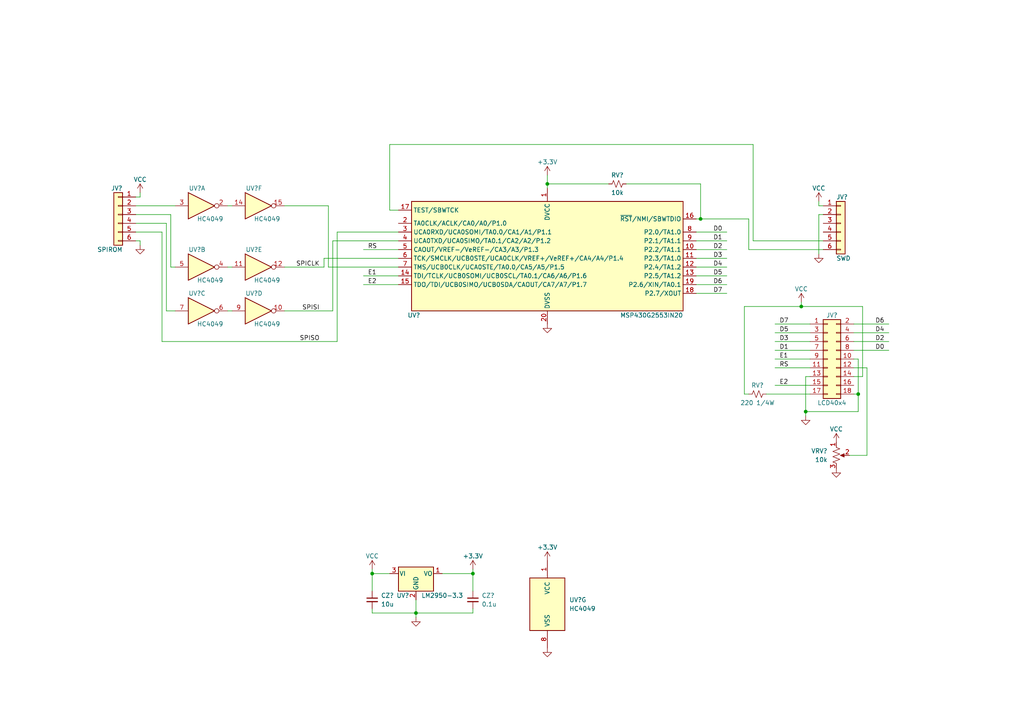
<source format=kicad_sch>
(kicad_sch (version 20211123) (generator eeschema)
  (paper "A4")
  (lib_symbols
    (symbol "4xxx:4049" (pin_names (offset 1.016))
      (property "Reference" "U" (at 0 1.27 0))
      (property "Value" "4049" (at 0 -1.27 0))
      (symbol "4049_1_0"
        (polyline (pts (xy -3.81 3.81) (xy -3.81 -3.81) (xy 3.81 0) (xy -3.81 3.81)) (stroke (width 0.254)) (fill (type background)))
        (pin output inverted (at 7.62 0 180) (length 3.81) (name "~") (number "2"))
        (pin input line (at -7.62 0 0) (length 3.81) (name "~") (number "3"))
      )
      (symbol "4049_2_0"
        (polyline (pts (xy -3.81 3.81) (xy -3.81 -3.81) (xy 3.81 0) (xy -3.81 3.81)) (stroke (width 0.254)) (fill (type background)))
        (pin output inverted (at 7.62 0 180) (length 3.81) (name "~") (number "4"))
        (pin input line (at -7.62 0 0) (length 3.81) (name "~") (number "5"))
      )
      (symbol "4049_3_0"
        (polyline (pts (xy -3.81 3.81) (xy -3.81 -3.81) (xy 3.81 0) (xy -3.81 3.81)) (stroke (width 0.254)) (fill (type background)))
        (pin output inverted (at 7.62 0 180) (length 3.81) (name "~") (number "6"))
        (pin input line (at -7.62 0 0) (length 3.81) (name "~") (number "7"))
      )
      (symbol "4049_4_0"
        (polyline (pts (xy -3.81 3.81) (xy -3.81 -3.81) (xy 3.81 0) (xy -3.81 3.81)) (stroke (width 0.254)) (fill (type background)))
        (pin output inverted (at 7.62 0 180) (length 3.81) (name "~") (number "10"))
        (pin input line (at -7.62 0 0) (length 3.81) (name "~") (number "9"))
      )
      (symbol "4049_5_0"
        (polyline (pts (xy -3.81 3.81) (xy -3.81 -3.81) (xy 3.81 0) (xy -3.81 3.81)) (stroke (width 0.254)) (fill (type background)))
        (pin input line (at -7.62 0 0) (length 3.81) (name "~") (number "11"))
        (pin output inverted (at 7.62 0 180) (length 3.81) (name "~") (number "12"))
      )
      (symbol "4049_6_0"
        (polyline (pts (xy -3.81 3.81) (xy -3.81 -3.81) (xy 3.81 0) (xy -3.81 3.81)) (stroke (width 0.254)) (fill (type background)))
        (pin input line (at -7.62 0 0) (length 3.81) (name "~") (number "14"))
        (pin output inverted (at 7.62 0 180) (length 3.81) (name "~") (number "15"))
      )
      (symbol "4049_7_0"
        (pin power_in line (at 0 12.7 270) (length 5.08) (name "VCC") (number "1"))
        (pin power_in line (at 0 -12.7 90) (length 5.08) (name "VSS") (number "8"))
      )
      (symbol "4049_7_1"
        (rectangle (start -5.08 7.62) (end 5.08 -7.62) (stroke (width 0.254)) (fill (type background)))
      )
    )
    (symbol "Connector_Generic:Conn_01x06" (pin_names (offset 1.016) hide)
      (property "Reference" "J" (at 0 7.62 0))
      (property "Value" "Conn_01x06" (at 0 -10.16 0))
      (symbol "Conn_01x06_1_1"
        (rectangle (start -1.27 -7.493) (end 0 -7.747) (stroke (width 0.1524)))
        (rectangle (start -1.27 -4.953) (end 0 -5.207) (stroke (width 0.1524)))
        (rectangle (start -1.27 -2.413) (end 0 -2.667) (stroke (width 0.1524)))
        (rectangle (start -1.27 0.127) (end 0 -0.127) (stroke (width 0.1524)))
        (rectangle (start -1.27 2.667) (end 0 2.413) (stroke (width 0.1524)))
        (rectangle (start -1.27 5.207) (end 0 4.953) (stroke (width 0.1524)))
        (rectangle (start -1.27 6.35) (end 1.27 -8.89) (stroke (width 0.254)) (fill (type background)))
        (pin passive line (at -5.08 5.08 0) (length 3.81) (name "Pin_1") (number "1"))
        (pin passive line (at -5.08 2.54 0) (length 3.81) (name "Pin_2") (number "2"))
        (pin passive line (at -5.08 0 0) (length 3.81) (name "Pin_3") (number "3"))
        (pin passive line (at -5.08 -2.54 0) (length 3.81) (name "Pin_4") (number "4"))
        (pin passive line (at -5.08 -5.08 0) (length 3.81) (name "Pin_5") (number "5"))
        (pin passive line (at -5.08 -7.62 0) (length 3.81) (name "Pin_6") (number "6"))
      )
    )
    (symbol "Connector_Generic:Conn_02x09_Odd_Even" (pin_names (offset 1.016) hide)
      (property "Reference" "J" (at 1.27 12.7 0))
      (property "Value" "Conn_02x09_Odd_Even" (at 1.27 -12.7 0))
      (symbol "Conn_02x09_Odd_Even_1_1"
        (rectangle (start -1.27 -10.033) (end 0 -10.287) (stroke (width 0.1524)))
        (rectangle (start -1.27 -7.493) (end 0 -7.747) (stroke (width 0.1524)))
        (rectangle (start -1.27 -4.953) (end 0 -5.207) (stroke (width 0.1524)))
        (rectangle (start -1.27 -2.413) (end 0 -2.667) (stroke (width 0.1524)))
        (rectangle (start -1.27 0.127) (end 0 -0.127) (stroke (width 0.1524)))
        (rectangle (start -1.27 2.667) (end 0 2.413) (stroke (width 0.1524)))
        (rectangle (start -1.27 5.207) (end 0 4.953) (stroke (width 0.1524)))
        (rectangle (start -1.27 7.747) (end 0 7.493) (stroke (width 0.1524)))
        (rectangle (start -1.27 10.287) (end 0 10.033) (stroke (width 0.1524)))
        (rectangle (start -1.27 11.43) (end 3.81 -11.43) (stroke (width 0.254)) (fill (type background)))
        (rectangle (start 3.81 -10.033) (end 2.54 -10.287) (stroke (width 0.1524)))
        (rectangle (start 3.81 -7.493) (end 2.54 -7.747) (stroke (width 0.1524)))
        (rectangle (start 3.81 -4.953) (end 2.54 -5.207) (stroke (width 0.1524)))
        (rectangle (start 3.81 -2.413) (end 2.54 -2.667) (stroke (width 0.1524)))
        (rectangle (start 3.81 0.127) (end 2.54 -0.127) (stroke (width 0.1524)))
        (rectangle (start 3.81 2.667) (end 2.54 2.413) (stroke (width 0.1524)))
        (rectangle (start 3.81 5.207) (end 2.54 4.953) (stroke (width 0.1524)))
        (rectangle (start 3.81 7.747) (end 2.54 7.493) (stroke (width 0.1524)))
        (rectangle (start 3.81 10.287) (end 2.54 10.033) (stroke (width 0.1524)))
        (pin passive line (at -5.08 10.16 0) (length 3.81) (name "Pin_1") (number "1"))
        (pin passive line (at 7.62 0 180) (length 3.81) (name "Pin_10") (number "10"))
        (pin passive line (at -5.08 -2.54 0) (length 3.81) (name "Pin_11") (number "11"))
        (pin passive line (at 7.62 -2.54 180) (length 3.81) (name "Pin_12") (number "12"))
        (pin passive line (at -5.08 -5.08 0) (length 3.81) (name "Pin_13") (number "13"))
        (pin passive line (at 7.62 -5.08 180) (length 3.81) (name "Pin_14") (number "14"))
        (pin passive line (at -5.08 -7.62 0) (length 3.81) (name "Pin_15") (number "15"))
        (pin passive line (at 7.62 -7.62 180) (length 3.81) (name "Pin_16") (number "16"))
        (pin passive line (at -5.08 -10.16 0) (length 3.81) (name "Pin_17") (number "17"))
        (pin passive line (at 7.62 -10.16 180) (length 3.81) (name "Pin_18") (number "18"))
        (pin passive line (at 7.62 10.16 180) (length 3.81) (name "Pin_2") (number "2"))
        (pin passive line (at -5.08 7.62 0) (length 3.81) (name "Pin_3") (number "3"))
        (pin passive line (at 7.62 7.62 180) (length 3.81) (name "Pin_4") (number "4"))
        (pin passive line (at -5.08 5.08 0) (length 3.81) (name "Pin_5") (number "5"))
        (pin passive line (at 7.62 5.08 180) (length 3.81) (name "Pin_6") (number "6"))
        (pin passive line (at -5.08 2.54 0) (length 3.81) (name "Pin_7") (number "7"))
        (pin passive line (at 7.62 2.54 180) (length 3.81) (name "Pin_8") (number "8"))
        (pin passive line (at -5.08 0 0) (length 3.81) (name "Pin_9") (number "9"))
      )
    )
    (symbol "Device:C_Small" (pin_numbers hide) (pin_names (offset 0.254) hide)
      (property "Reference" "C" (at 0.254 1.778 0))
      (property "Value" "C_Small" (at 0.254 -2.032 0))
      (symbol "C_Small_0_1"
        (polyline (pts (xy -1.524 -0.508) (xy 1.524 -0.508)) (stroke (width 0.3302)))
        (polyline (pts (xy -1.524 0.508) (xy 1.524 0.508)) (stroke (width 0.3048)))
      )
      (symbol "C_Small_1_1"
        (pin passive line (at 0 2.54 270) (length 2.032) (name "~") (number "1"))
        (pin passive line (at 0 -2.54 90) (length 2.032) (name "~") (number "2"))
      )
    )
    (symbol "Device:R_Potentiometer_US" (pin_names (offset 1.016) hide)
      (property "Reference" "RV" (at -4.445 0 90))
      (property "Value" "R_Potentiometer_US" (at -2.54 0 90))
      (symbol "R_Potentiometer_US_0_1"
        (polyline (pts (xy 0 -2.286) (xy 0 -2.54)))
        (polyline (pts (xy 0 2.54) (xy 0 2.286)))
        (polyline (pts (xy 2.54 0) (xy 1.524 0)))
        (polyline (pts (xy 1.143 0) (xy 2.286 0.508) (xy 2.286 -0.508) (xy 1.143 0)) (fill (type outline)))
        (polyline (pts (xy 0 -0.762) (xy 1.016 -1.143) (xy 0 -1.524) (xy -1.016 -1.905) (xy 0 -2.286)))
        (polyline (pts (xy 0 0.762) (xy 1.016 0.381) (xy 0 0) (xy -1.016 -0.381) (xy 0 -0.762)))
        (polyline (pts (xy 0 2.286) (xy 1.016 1.905) (xy 0 1.524) (xy -1.016 1.143) (xy 0 0.762)))
      )
      (symbol "R_Potentiometer_US_1_1"
        (pin passive line (at 0 3.81 270) (length 1.27) (name "1") (number "1"))
        (pin passive line (at 3.81 0 180) (length 1.27) (name "2") (number "2"))
        (pin passive line (at 0 -3.81 90) (length 1.27) (name "3") (number "3"))
      )
    )
    (symbol "Device:R_Small_US" (pin_numbers hide) (pin_names (offset 0.254) hide)
      (property "Reference" "R" (at 0.762 0.508 0))
      (property "Value" "R_Small_US" (at 0.762 -1.016 0))
      (symbol "R_Small_US_1_1"
        (polyline (pts (xy 0 0) (xy 1.016 -0.381) (xy 0 -0.762) (xy -1.016 -1.143) (xy 0 -1.524)))
        (polyline (pts (xy 0 1.524) (xy 1.016 1.143) (xy 0 0.762) (xy -1.016 0.381) (xy 0 0)))
        (pin passive line (at 0 2.54 270) (length 1.016) (name "~") (number "1"))
        (pin passive line (at 0 -2.54 90) (length 1.016) (name "~") (number "2"))
      )
    )
    (symbol "MCU_Texas_MSP430:MSP430G2553IN20"
      (property "Reference" "U" (at -38.1 17.78 0))
      (property "Value" "MSP430G2553IN20" (at 31.75 -16.51 0))
      (symbol "MSP430G2553IN20_0_1"
        (rectangle (start -39.37 16.51) (end 39.37 -15.24) (stroke (width 0.254)) (fill (type background)))
      )
      (symbol "MSP430G2553IN20_1_1"
        (pin power_in line (at 0 20.32 270) (length 3.81) (name "DVCC") (number "1"))
        (pin bidirectional line (at -43.18 2.54 0) (length 3.81) (name "P2.2/TA1.1") (number "10"))
        (pin bidirectional line (at -43.18 0 0) (length 3.81) (name "P2.3/TA1.0") (number "11"))
        (pin bidirectional line (at -43.18 -2.54 0) (length 3.81) (name "P2.4/TA1.2") (number "12"))
        (pin bidirectional line (at -43.18 -5.08 0) (length 3.81) (name "P2.5/TA1.2") (number "13"))
        (pin bidirectional line (at 43.18 -5.08 180) (length 3.81) (name "TDI/TCLK/UCB0SOMI/UCB0SCL/TA0.1/CA6/A6/P1.6") (number "14"))
        (pin bidirectional line (at 43.18 -7.62 180) (length 3.81) (name "TDO/TDI/UCB0SIMO/UCB0SDA/CAOUT/CA7/A7/P1.7") (number "15"))
        (pin input line (at -43.18 11.43 0) (length 3.81) (name "~{RST}/NMI/SBWTDIO") (number "16"))
        (pin input line (at 43.18 13.97 180) (length 3.81) (name "TEST/SBWTCK") (number "17"))
        (pin bidirectional line (at -43.18 -10.16 0) (length 3.81) (name "P2.7/XOUT") (number "18"))
        (pin bidirectional line (at -43.18 -7.62 0) (length 3.81) (name "P2.6/XIN/TA0.1") (number "19"))
        (pin bidirectional line (at 43.18 10.16 180) (length 3.81) (name "TA0CLK/ACLK/CA0/A0/P1.0") (number "2"))
        (pin power_in line (at 0 -19.05 90) (length 3.81) (name "DVSS") (number "20"))
        (pin bidirectional line (at 43.18 7.62 180) (length 3.81) (name "UCA0RXD/UCA0SOMI/TA0.0/CA1/A1/P1.1") (number "3"))
        (pin bidirectional line (at 43.18 5.08 180) (length 3.81) (name "UCA0TXD/UCA0SIMO/TA0.1/CA2/A2/P1.2") (number "4"))
        (pin bidirectional line (at 43.18 2.54 180) (length 3.81) (name "CAOUT/VREF-/VeREF-/CA3/A3/P1.3") (number "5"))
        (pin bidirectional line (at 43.18 0 180) (length 3.81) (name "TCK/SMCLK/UCB0STE/UCA0CLK/VREF+/VeREF+/CA4/A4/P1.4") (number "6"))
        (pin bidirectional line (at 43.18 -2.54 180) (length 3.81) (name "TMS/UCB0CLK/UCA0STE/TA0.0/CA5/A5/P1.5") (number "7"))
        (pin bidirectional line (at -43.18 7.62 0) (length 3.81) (name "P2.0/TA1.0") (number "8"))
        (pin bidirectional line (at -43.18 5.08 0) (length 3.81) (name "P2.1/TA1.1") (number "9"))
      )
    )
    (symbol "Regulator_Linear:LP2950-3.3_TO92" (pin_names (offset 0.254))
      (property "Reference" "U" (at -3.81 3.175 0))
      (property "Value" "LP2950-3.3_TO92" (at 0 3.175 0))
      (symbol "LP2950-3.3_TO92_0_1"
        (rectangle (start -5.08 -5.08) (end 5.08 1.905) (stroke (width 0.254)) (fill (type background)))
      )
      (symbol "LP2950-3.3_TO92_1_1"
        (pin power_out line (at 7.62 0 180) (length 2.54) (name "VO") (number "1"))
        (pin power_in line (at 0 -7.62 90) (length 2.54) (name "GND") (number "2"))
        (pin power_in line (at -7.62 0 0) (length 2.54) (name "VI") (number "3"))
      )
    )
    (symbol "power:+3.3V" (power) (pin_names (offset 0))
      (property "Value" "+3.3V" (at 0 3.556 0))
      (symbol "+3.3V_0_1"
        (polyline (pts (xy -0.762 1.27) (xy 0 2.54)))
        (polyline (pts (xy 0 0) (xy 0 2.54)))
        (polyline (pts (xy 0 2.54) (xy 0.762 1.27)))
      )
      (symbol "+3.3V_1_1"
        (pin power_in line (at 0 0 90) (length 0) hide (name "+3.3V") (number "1"))
      )
    )
    (symbol "power:GND" (power) (pin_names (offset 0))
      (property "Value" "GND" (at 0 -3.81 0))
      (symbol "GND_0_1"
        (polyline (pts (xy 0 0) (xy 0 -1.27) (xy 1.27 -1.27) (xy 0 -2.54) (xy -1.27 -1.27) (xy 0 -1.27)))
      )
      (symbol "GND_1_1"
        (pin power_in line (at 0 0 270) (length 0) hide (name "GND") (number "1"))
      )
    )
    (symbol "power:VCC" (power) (pin_names (offset 0))
      (property "Value" "VCC" (at 0 3.81 0))
      (symbol "VCC_0_1"
        (polyline (pts (xy -0.762 1.27) (xy 0 2.54)))
        (polyline (pts (xy 0 0) (xy 0 2.54)))
        (polyline (pts (xy 0 2.54) (xy 0.762 1.27)))
      )
      (symbol "VCC_1_1"
        (pin power_in line (at 0 0 90) (length 0) hide (name "VCC") (number "1"))
      )
    )
  )
  (junction (at 107.95 166.37))
  (junction (at 248.92 114.3))
  (junction (at 203.2 63.5))
  (junction (at 137.16 166.37))
  (junction (at 158.75 53.34))
  (junction (at 232.41 88.9))
  (junction (at 120.65 177.8))
  (junction (at 233.68 119.38))
  (wire (pts (xy 137.16 166.37) (xy 137.16 171.45)))
  (wire (pts (xy 250.19 88.9) (xy 232.41 88.9)))
  (wire (pts (xy 158.75 53.34) (xy 158.75 54.61)))
  (wire (pts (xy 158.75 50.8) (xy 158.75 53.34)))
  (wire (pts (xy 97.79 67.31) (xy 115.57 67.31)))
  (wire (pts (xy 201.93 77.47) (xy 210.82 77.47)))
  (wire (pts (xy 39.37 64.77) (xy 48.26 64.77)))
  (wire (pts (xy 247.65 104.14) (xy 248.92 104.14)))
  (wire (pts (xy 107.95 165.1) (xy 107.95 166.37)))
  (wire (pts (xy 247.65 96.52) (xy 257.81 96.52)))
  (wire (pts (xy 107.95 166.37) (xy 113.03 166.37)))
  (wire (pts (xy 115.57 74.93) (xy 93.98 74.93)))
  (wire (pts (xy 233.68 109.22) (xy 233.68 119.38)))
  (wire (pts (xy 107.95 166.37) (xy 107.95 171.45)))
  (wire (pts (xy 237.49 59.69) (xy 237.49 58.42)))
  (wire (pts (xy 232.41 87.63) (xy 232.41 88.9)))
  (wire (pts (xy 107.95 177.8) (xy 120.65 177.8)))
  (wire (pts (xy 247.65 106.68) (xy 251.46 106.68)))
  (wire (pts (xy 201.93 72.39) (xy 210.82 72.39)))
  (wire (pts (xy 67.31 77.47) (xy 66.04 77.47)))
  (wire (pts (xy 234.95 93.98) (xy 224.79 93.98)))
  (wire (pts (xy 113.03 41.91) (xy 218.44 41.91)))
  (wire (pts (xy 181.61 53.34) (xy 203.2 53.34)))
  (wire (pts (xy 251.46 106.68) (xy 251.46 132.08)))
  (wire (pts (xy 39.37 62.23) (xy 49.53 62.23)))
  (wire (pts (xy 201.93 82.55) (xy 210.82 82.55)))
  (wire (pts (xy 218.44 69.85) (xy 238.76 69.85)))
  (wire (pts (xy 95.25 59.69) (xy 95.25 77.47)))
  (wire (pts (xy 234.95 104.14) (xy 224.79 104.14)))
  (wire (pts (xy 158.75 53.34) (xy 176.53 53.34)))
  (wire (pts (xy 237.49 62.23) (xy 237.49 73.66)))
  (wire (pts (xy 48.26 90.17) (xy 50.8 90.17)))
  (wire (pts (xy 238.76 62.23) (xy 237.49 62.23)))
  (wire (pts (xy 251.46 132.08) (xy 246.38 132.08)))
  (wire (pts (xy 247.65 101.6) (xy 257.81 101.6)))
  (wire (pts (xy 82.55 90.17) (xy 96.52 90.17)))
  (wire (pts (xy 115.57 60.96) (xy 113.03 60.96)))
  (wire (pts (xy 222.25 114.3) (xy 234.95 114.3)))
  (wire (pts (xy 137.16 165.1) (xy 137.16 166.37)))
  (wire (pts (xy 201.93 85.09) (xy 210.82 85.09)))
  (wire (pts (xy 233.68 120.65) (xy 233.68 119.38)))
  (wire (pts (xy 39.37 69.85) (xy 40.64 69.85)))
  (wire (pts (xy 49.53 77.47) (xy 50.8 77.47)))
  (wire (pts (xy 234.95 101.6) (xy 224.79 101.6)))
  (wire (pts (xy 217.17 114.3) (xy 215.9 114.3)))
  (wire (pts (xy 120.65 177.8) (xy 120.65 173.99)))
  (wire (pts (xy 46.99 99.06) (xy 97.79 99.06)))
  (wire (pts (xy 248.92 104.14) (xy 248.92 114.3)))
  (wire (pts (xy 247.65 99.06) (xy 257.81 99.06)))
  (wire (pts (xy 247.65 109.22) (xy 250.19 109.22)))
  (wire (pts (xy 250.19 109.22) (xy 250.19 88.9)))
  (wire (pts (xy 48.26 64.77) (xy 48.26 90.17)))
  (wire (pts (xy 238.76 59.69) (xy 237.49 59.69)))
  (wire (pts (xy 39.37 59.69) (xy 50.8 59.69)))
  (wire (pts (xy 203.2 53.34) (xy 203.2 63.5)))
  (wire (pts (xy 115.57 80.01) (xy 105.41 80.01)))
  (wire (pts (xy 248.92 114.3) (xy 248.92 119.38)))
  (wire (pts (xy 82.55 77.47) (xy 93.98 77.47)))
  (wire (pts (xy 233.68 119.38) (xy 248.92 119.38)))
  (wire (pts (xy 40.64 57.15) (xy 40.64 55.88)))
  (wire (pts (xy 40.64 69.85) (xy 40.64 71.12)))
  (wire (pts (xy 137.16 177.8) (xy 120.65 177.8)))
  (wire (pts (xy 201.93 74.93) (xy 210.82 74.93)))
  (wire (pts (xy 137.16 176.53) (xy 137.16 177.8)))
  (wire (pts (xy 201.93 69.85) (xy 210.82 69.85)))
  (wire (pts (xy 67.31 90.17) (xy 66.04 90.17)))
  (wire (pts (xy 234.95 99.06) (xy 224.79 99.06)))
  (wire (pts (xy 46.99 67.31) (xy 46.99 99.06)))
  (wire (pts (xy 82.55 59.69) (xy 95.25 59.69)))
  (wire (pts (xy 49.53 62.23) (xy 49.53 77.47)))
  (wire (pts (xy 238.76 72.39) (xy 217.17 72.39)))
  (wire (pts (xy 120.65 179.07) (xy 120.65 177.8)))
  (wire (pts (xy 39.37 67.31) (xy 46.99 67.31)))
  (wire (pts (xy 203.2 63.5) (xy 217.17 63.5)))
  (wire (pts (xy 95.25 77.47) (xy 115.57 77.47)))
  (wire (pts (xy 96.52 90.17) (xy 96.52 69.85)))
  (wire (pts (xy 247.65 114.3) (xy 248.92 114.3)))
  (wire (pts (xy 97.79 99.06) (xy 97.79 67.31)))
  (wire (pts (xy 215.9 114.3) (xy 215.9 88.9)))
  (wire (pts (xy 93.98 74.93) (xy 93.98 77.47)))
  (wire (pts (xy 201.93 63.5) (xy 203.2 63.5)))
  (wire (pts (xy 107.95 176.53) (xy 107.95 177.8)))
  (wire (pts (xy 234.95 106.68) (xy 224.79 106.68)))
  (wire (pts (xy 128.27 166.37) (xy 137.16 166.37)))
  (wire (pts (xy 113.03 60.96) (xy 113.03 41.91)))
  (wire (pts (xy 234.95 96.52) (xy 224.79 96.52)))
  (wire (pts (xy 96.52 69.85) (xy 115.57 69.85)))
  (wire (pts (xy 201.93 67.31) (xy 210.82 67.31)))
  (wire (pts (xy 201.93 80.01) (xy 210.82 80.01)))
  (wire (pts (xy 234.95 111.76) (xy 224.79 111.76)))
  (wire (pts (xy 39.37 57.15) (xy 40.64 57.15)))
  (wire (pts (xy 115.57 82.55) (xy 105.41 82.55)))
  (wire (pts (xy 67.31 59.69) (xy 66.04 59.69)))
  (wire (pts (xy 218.44 41.91) (xy 218.44 69.85)))
  (wire (pts (xy 217.17 72.39) (xy 217.17 63.5)))
  (wire (pts (xy 247.65 93.98) (xy 257.81 93.98)))
  (wire (pts (xy 215.9 88.9) (xy 232.41 88.9)))
  (wire (pts (xy 234.95 109.22) (xy 233.68 109.22)))
  (wire (pts (xy 115.57 72.39) (xy 105.41 72.39)))
  (label "SPICLK" (at 92.71 77.47 180))
  (label "D4" (at 256.54 96.52 180))
  (label "D1" (at 209.55 69.85 180))
  (label "D5" (at 209.55 80.01 180))
  (label "D4" (at 209.55 77.47 180))
  (label "D7" (at 209.55 85.09 180))
  (label "E2" (at 226.06 111.76 0))
  (label "D3" (at 226.06 99.06 0))
  (label "RS" (at 106.68 72.39 0))
  (label "D6" (at 209.55 82.55 180))
  (label "E1" (at 106.68 80.01 0))
  (label "D0" (at 209.55 67.31 180))
  (label "SPISI" (at 92.71 90.17 180))
  (label "E2" (at 106.68 82.55 0))
  (label "D3" (at 209.55 74.93 180))
  (label "D0" (at 256.54 101.6 180))
  (label "RS" (at 226.06 106.68 0))
  (label "D2" (at 256.54 99.06 180))
  (label "D7" (at 226.06 93.98 0))
  (label "D6" (at 256.54 93.98 180))
  (label "D5" (at 226.06 96.52 0))
  (label "SPISO" (at 92.71 99.06 180))
  (label "E1" (at 226.06 104.14 0))
  (label "D2" (at 209.55 72.39 180))
  (label "D1" (at 226.06 101.6 0))
  (symbol (lib_id "Connector_Generic:Conn_01x06") (at 243.84 64.77 0) (unit 1)
    (property "Reference" "JV?" (at 242.57 57.15 0) (effects (justify left)))
    (property "Value" "SWD" (at 242.57 74.93 0) (effects (justify left)))
  )
  (symbol (lib_id "Connector_Generic:Conn_02x09_Odd_Even") (at 240.03 104.14 0) (unit 1)
    (property "Reference" "JV?" (at 241.3 91.44 0))
    (property "Value" "LCD40x4" (at 241.3 116.84 0))
  )
  (symbol (lib_id "power:+3.3V") (at 158.75 162.56 0) (unit 1)
    (property "Reference" "#PWR?" (effects hide))
    (property "Value" "+3.3V" (at 158.75 158.75 0))
  )
  (symbol (lib_id "Regulator_Linear:LP2950-3.3_TO92") (at 120.65 166.37 0) (unit 1)
    (property "Reference" "UV?" (at 116.84 172.72 0))
    (property "Value" "LM2950-3.3" (at 128.27 172.72 0))
    (property "Footprint" "Package_TO_SOT_THT:TO-92_Inline" (effects hide))
    (property "Datasheet" "http://www.ti.com/lit/ds/symlink/lp2950.pdf" (effects hide))
  )
  (symbol (lib_id "4xxx:4049") (at 58.42 90.17 0) (unit 3)
    (property "Reference" "UV?" (at 57.15 85.09 0))
    (property "Value" "HC4049" (at 60.96 93.98 0))
    (property "Datasheet" "http://www.intersil.com/content/dam/intersil/documents/cd40/cd4049ubms.pdf" (effects hide))
  )
  (symbol (lib_id "power:GND") (at 40.64 71.12 0) (unit 1)
    (property "Reference" "#PWR?" (effects hide))
    (property "Value" "GND" (effects hide))
  )
  (symbol (lib_id "power:VCC") (at 237.49 58.42 0) (mirror y) (unit 1)
    (property "Reference" "#PWR?" (effects hide))
    (property "Value" "VCC" (at 237.49 54.61 0))
  )
  (symbol (lib_id "power:GND") (at 233.68 120.65 0) (mirror y) (unit 1)
    (property "Reference" "#PWR?" (effects hide))
    (property "Value" "GND" (effects hide))
  )
  (symbol (lib_id "Device:C_Small") (at 137.16 173.99 0) (unit 1)
    (property "Reference" "CZ?" (at 139.7 172.7262 0) (effects (justify left)))
    (property "Value" "0.1u" (at 139.7 175.2662 0) (effects (justify left)))
  )
  (symbol (lib_id "MCU_Texas_MSP430:MSP430G2553IN20") (at 158.75 74.93 0) (mirror y) (unit 1)
    (property "Reference" "UV?" (at 121.92 91.44 0) (effects (justify left)))
    (property "Value" "MSP430G2553IN20" (at 198.12 91.44 0) (effects (justify left)))
    (property "Footprint" "Package_DIP:DIP-20_W7.62mm" (effects hide))
    (property "Datasheet" "http://www.ti.com/lit/ds/symlink/msp430g2553.pdf" (effects hide))
  )
  (symbol (lib_id "4xxx:4049") (at 74.93 77.47 0) (unit 5)
    (property "Reference" "UV?" (at 73.66 72.39 0))
    (property "Value" "HC4049" (at 77.47 81.28 0))
    (property "Datasheet" "http://www.intersil.com/content/dam/intersil/documents/cd40/cd4049ubms.pdf" (effects hide))
  )
  (symbol (lib_id "Device:R_Potentiometer_US") (at 242.57 132.08 0) (unit 1)
    (property "Reference" "VRV?" (at 240.03 130.8099 0) (effects (justify right)))
    (property "Value" "10k" (at 240.03 133.3499 0) (effects (justify right)))
  )
  (symbol (lib_id "power:VCC") (at 40.64 55.88 0) (mirror y) (unit 1)
    (property "Reference" "#PWR?" (effects hide))
    (property "Value" "VCC" (at 40.64 52.07 0))
  )
  (symbol (lib_id "Connector_Generic:Conn_01x06") (at 34.29 62.23 0) (mirror y) (unit 1)
    (property "Reference" "JV?" (at 35.56 54.61 0) (effects (justify left)))
    (property "Value" "SPIROM" (at 35.56 72.39 0) (effects (justify left)))
  )
  (symbol (lib_id "4xxx:4049") (at 74.93 90.17 0) (unit 4)
    (property "Reference" "UV?" (at 73.66 85.09 0))
    (property "Value" "HC4049" (at 77.47 93.98 0))
    (property "Datasheet" "http://www.intersil.com/content/dam/intersil/documents/cd40/cd4049ubms.pdf" (effects hide))
  )
  (symbol (lib_id "power:VCC") (at 107.95 165.1 0) (mirror y) (unit 1)
    (property "Reference" "#PWR?" (effects hide))
    (property "Value" "VCC" (at 107.95 161.29 0))
  )
  (symbol (lib_id "Device:R_Small_US") (at 219.71 114.3 90) (unit 1)
    (property "Reference" "RV?" (at 219.71 111.76 90))
    (property "Value" "220 1/4W" (at 219.71 116.84 90))
  )
  (symbol (lib_id "4xxx:4049") (at 58.42 59.69 0) (unit 1)
    (property "Reference" "UV?" (at 57.15 54.61 0))
    (property "Value" "HC4049" (at 60.96 63.5 0))
    (property "Datasheet" "http://www.intersil.com/content/dam/intersil/documents/cd40/cd4049ubms.pdf" (effects hide))
  )
  (symbol (lib_id "power:GND") (at 158.75 93.98 0) (mirror y) (unit 1)
    (property "Reference" "#PWR?" (effects hide))
    (property "Value" "GND" (effects hide))
  )
  (symbol (lib_id "power:+3.3V") (at 137.16 165.1 0) (unit 1)
    (property "Reference" "#PWR?" (effects hide))
    (property "Value" "+3.3V" (at 137.16 161.29 0))
  )
  (symbol (lib_id "Device:C_Small") (at 107.95 173.99 0) (unit 1)
    (property "Reference" "CZ?" (at 110.49 172.7262 0) (effects (justify left)))
    (property "Value" "10u" (at 110.49 175.2662 0) (effects (justify left)))
  )
  (symbol (lib_id "power:GND") (at 158.75 187.96 0) (unit 1)
    (property "Reference" "#PWR?" (effects hide))
    (property "Value" "GND" (effects hide))
  )
  (symbol (lib_id "power:GND") (at 237.49 73.66 0) (mirror y) (unit 1)
    (property "Reference" "#PWR?" (effects hide))
    (property "Value" "GND" (effects hide))
  )
  (symbol (lib_id "4xxx:4049") (at 74.93 59.69 0) (unit 6)
    (property "Reference" "UV?" (at 73.66 54.61 0))
    (property "Value" "HC4049" (at 77.47 63.5 0))
    (property "Datasheet" "http://www.intersil.com/content/dam/intersil/documents/cd40/cd4049ubms.pdf" (effects hide))
  )
  (symbol (lib_id "Device:R_Small_US") (at 179.07 53.34 90) (unit 1)
    (property "Reference" "RV?" (at 179.07 50.8 90))
    (property "Value" "10k" (at 179.07 55.88 90))
  )
  (symbol (lib_id "4xxx:4049") (at 58.42 77.47 0) (unit 2)
    (property "Reference" "UV?" (at 57.15 72.39 0))
    (property "Value" "HC4049" (at 60.96 81.28 0))
    (property "Datasheet" "http://www.intersil.com/content/dam/intersil/documents/cd40/cd4049ubms.pdf" (effects hide))
  )
  (symbol (lib_id "4xxx:4049") (at 158.75 175.26 0) (unit 7)
    (property "Reference" "UV?" (at 165.1 173.9899 0) (effects (justify left)))
    (property "Value" "HC4049" (at 165.1 176.5299 0) (effects (justify left)))
    (property "Datasheet" "http://www.intersil.com/content/dam/intersil/documents/cd40/cd4049ubms.pdf" (effects hide))
  )
  (symbol (lib_id "power:VCC") (at 242.57 128.27 0) (mirror y) (unit 1)
    (property "Reference" "#PWR?" (effects hide))
    (property "Value" "VCC" (at 242.57 124.46 0))
  )
  (symbol (lib_id "power:GND") (at 242.57 135.89 0) (mirror y) (unit 1)
    (property "Reference" "#PWR?" (effects hide))
    (property "Value" "GND" (effects hide))
  )
  (symbol (lib_id "power:+3.3V") (at 158.75 50.8 0) (mirror y) (unit 1)
    (property "Reference" "#PWR?" (effects hide))
    (property "Value" "+3.3V" (at 158.75 46.99 0))
  )
  (symbol (lib_id "power:VCC") (at 232.41 87.63 0) (mirror y) (unit 1)
    (property "Reference" "#PWR?" (effects hide))
    (property "Value" "VCC" (at 232.41 83.82 0))
  )
  (symbol (lib_id "power:GND") (at 120.65 179.07 0) (unit 1)
    (property "Reference" "#PWR?" (effects hide))
    (property "Value" "GND" (effects hide))
  )
)
</source>
